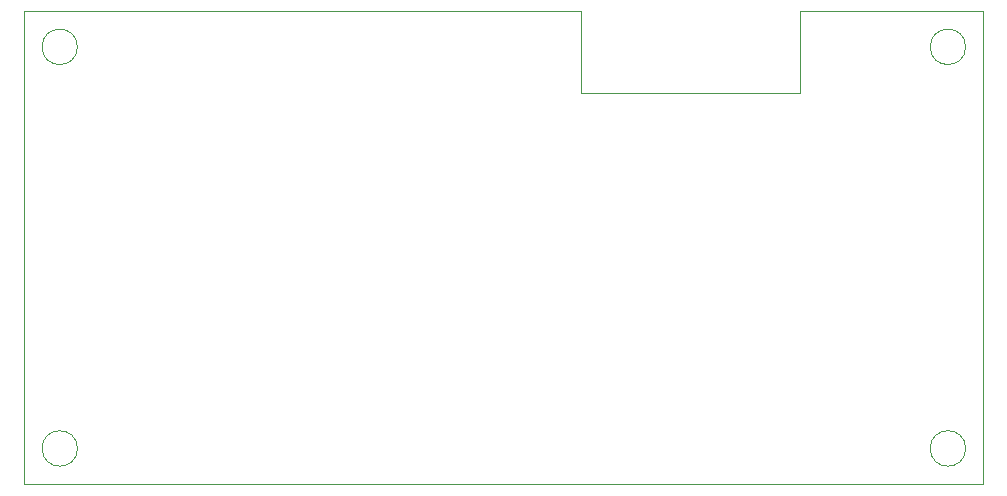
<source format=gbr>
%TF.GenerationSoftware,KiCad,Pcbnew,5.1.7-a382d34a8~87~ubuntu18.04.1*%
%TF.CreationDate,2021-06-03T09:48:45+05:30*%
%TF.ProjectId,Single_scale_v3_kicad,53696e67-6c65-45f7-9363-616c655f7633,rev?*%
%TF.SameCoordinates,Original*%
%TF.FileFunction,Profile,NP*%
%FSLAX46Y46*%
G04 Gerber Fmt 4.6, Leading zero omitted, Abs format (unit mm)*
G04 Created by KiCad (PCBNEW 5.1.7-a382d34a8~87~ubuntu18.04.1) date 2021-06-03 09:48:45*
%MOMM*%
%LPD*%
G01*
G04 APERTURE LIST*
%TA.AperFunction,Profile*%
%ADD10C,0.050000*%
%TD*%
G04 APERTURE END LIST*
D10*
X145250000Y-64300000D02*
X149600000Y-64300000D01*
X126500000Y-64300000D02*
X126750000Y-64300000D01*
X108000000Y-64300000D02*
X126500000Y-64300000D01*
X107700000Y-64300000D02*
X108000000Y-64300000D01*
X126750000Y-71200000D02*
X126750000Y-64300000D01*
X126750000Y-71200000D02*
X145250000Y-71200000D01*
X145250000Y-64300000D02*
X145250000Y-71200000D01*
X159300000Y-101300000D02*
G75*
G03*
X159300000Y-101300000I-1500000J0D01*
G01*
X159300000Y-67300000D02*
G75*
G03*
X159300000Y-67300000I-1500000J0D01*
G01*
X149600000Y-64300000D02*
X160800000Y-64300000D01*
X149600000Y-104300000D02*
X160800000Y-104300000D01*
X84100000Y-67300000D02*
G75*
G03*
X84100000Y-67300000I-1500000J0D01*
G01*
X84100000Y-101300000D02*
G75*
G03*
X84100000Y-101300000I-1500000J0D01*
G01*
X79600000Y-104300000D02*
X79600000Y-94300000D01*
X149600000Y-104300000D02*
X79600000Y-104300000D01*
X160800000Y-64300000D02*
X160800000Y-104300000D01*
X79600000Y-94300000D02*
X79600000Y-64300000D01*
X79600000Y-64300000D02*
X107700000Y-64300000D01*
M02*

</source>
